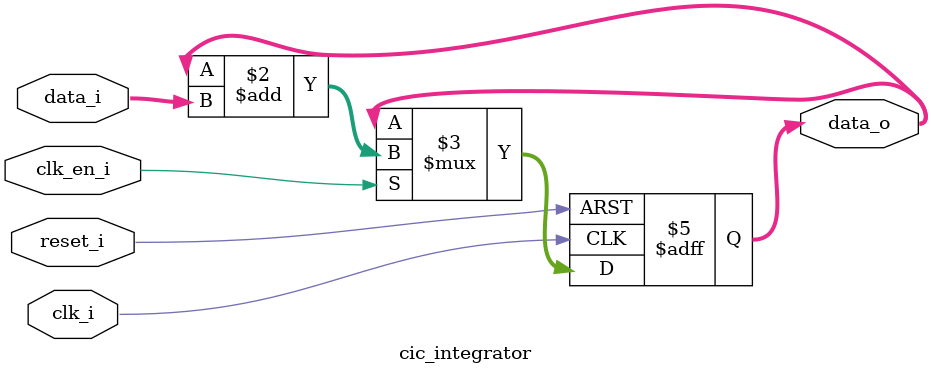
<source format=v>


module cic_integrator
#(
  parameter WIDTH = 64
)
(
  input                           clk_i,
  input                           clk_en_i,
  input                           reset_i,
  input signed [WIDTH-1:0]        data_i,
  output reg signed [WIDTH-1:0]   data_o
);

always @(posedge clk_i or posedge reset_i)
  if (reset_i) data_o <= 0;
  else if (clk_en_i) data_o <= data_o + data_i;

endmodule
</source>
